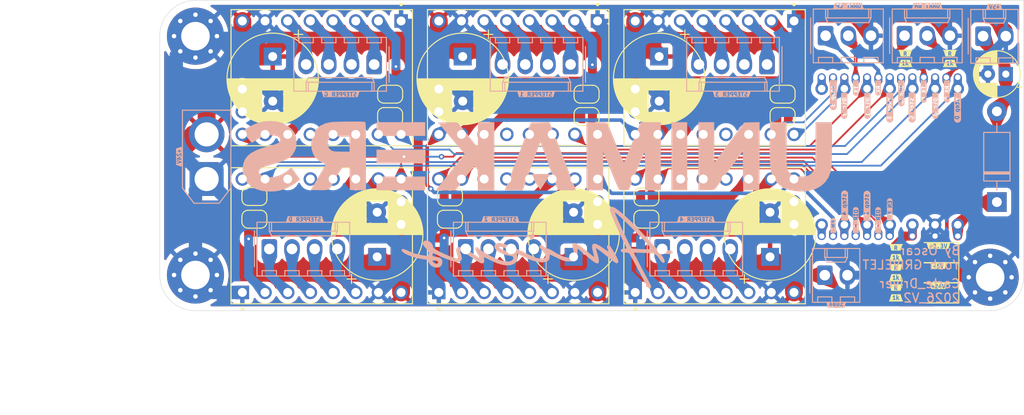
<source format=kicad_pcb>
(kicad_pcb (version 20241229) (generator "pcbnew") (generator_version "9.0")
  (layers (0 "F.Cu" signal) (2 "B.Cu" signal) (13 "F.Paste" user) (15 "B.Paste" user) (5 "F.SilkS" user "F.Silkscreen") (7 "B.SilkS" user "B.Silkscreen") (1 "F.Mask" user) (3 "B.Mask" user) (25 "Edge.Cuts" user))
  (net 0 "")
  (net 1 "+24V")
  (net 2 "GND")
  (net 3 "+5V")
  (net 4 "Net-(D1-K)")
  (net 5 "Net-(D2-A)")
  (net 6 "Net-(D3-A)")
  (net 7 "Net-(D4-A)")
  (net 8 "TX")
  (net 9 "RX")
  (net 10 "RX B")
  (net 11 "TX B")
  (net 12 "Net-(J6-Pin_1)")
  (net 13 "Net-(J6-Pin_3)")
  (net 14 "Net-(J6-Pin_2)")
  (net 15 "Net-(J6-Pin_4)")
  (net 16 "Net-(J7-Pin_4)")
  (net 17 "Net-(J7-Pin_1)")
  (net 18 "Net-(J7-Pin_3)")
  (net 19 "Net-(J7-Pin_2)")
  (net 20 "Net-(J8-Pin_2)")
  (net 21 "Net-(J8-Pin_1)")
  (net 22 "Net-(J8-Pin_4)")
  (net 23 "Net-(J8-Pin_3)")
  (net 24 "Net-(J9-Pin_3)")
  (net 25 "Net-(J9-Pin_1)")
  (net 26 "Net-(J9-Pin_2)")
  (net 27 "Net-(J9-Pin_4)")
  (net 28 "Net-(J10-Pin_1)")
  (net 29 "Net-(J10-Pin_4)")
  (net 30 "Net-(J10-Pin_2)")
  (net 31 "Net-(J10-Pin_3)")
  (net 32 "Net-(J11-Pin_1)")
  (net 33 "Net-(J11-Pin_4)")
  (net 34 "Net-(J11-Pin_2)")
  (net 35 "Net-(J11-Pin_3)")
  (net 36 "+3.3V")
  (net 37 "Net-(JP11-B)")
  (net 38 "Net-(JP12-B)")
  (net 39 "Net-(U10-GPIO38_DVP_VSYNC{slash}I2S_SD)")
  (net 40 "Net-(U10-GPIO39_CAM_SCL{slash}I2S_SCK)")
  (net 43 "STEP 1")
  (net 44 "EN M")
  (net 47 "DIR 1")
  (net 50 "DIR 2")
  (net 53 "STEP 2")
  (net 56 "EN")
  (net 59 "DIR 3")
  (net 60 "STEP 3")
  (net 65 "DIR 4")
  (net 68 "STEP 4")
  (net 72 "STEP 5")
  (net 76 "DIR 5")
  (net 82 "STEP 6")
  (net 84 "DIR 6")
  (net 85 "Net-(JP21-B)")
  (net 86 "Net-(JP22-B)")
  (net 87 "Net-(JP31-B)")
  (net 88 "Net-(JP32-B)")
  (net 89 "Net-(JP41-B)")
  (net 90 "Net-(JP42-B)")
  (net 91 "Net-(JP51-B)")
  (net 92 "Net-(JP52-B)")
  (net 93 "Net-(JP61-B)")
  (net 94 "Net-(JP62-B)")
  (net 95 "unconnected-(U10-U0RXD_D7{slash}RX-Pad8)")
  (net 96 "unconnected-(U10-U0TXD_D6{slash}TX-Pad7)")
  (footprint "Jumper:SolderJumper-2_P1.3mm_Open_RoundedPad1.0x1.5mm" (layer "F.Cu") (at 198.05 85 180)
    (property "Reference" "JP21" (hide yes))
    (property "Value" "Jumper_2_Open" (hide yes))
  )
  (footprint "TMC2209_SILENTSTEPSTICK:MODULE_TMC2209_SILENTSTEPSTICK" (layer "F.Cu") (at 168.39 100.85 90)
    (property "Reference" "U6" (hide yes))
    (property "Value" "TMC2209_SILENTSTEPSTICK" (hide yes))
  )
  (footprint "LED_SMD:LED_1206_3216Metric" (layer "F.Cu") (at 237.450002 105 180)
    (property "Reference" "D2" (hide yes))
    (property "Value" "LED_Small" (hide yes))
  )
  (footprint "Capacitor_THT:CP_Radial_D10.0mm_P5.00mm" (layer "F.Cu") (at 218.6 103.217677 90)
    (property "Reference" "C4" (hide yes))
    (property "Value" "100µF" (hide yes))
  )
  (footprint "Jumper:SolderJumper-2_P1.3mm_Open_RoundedPad1.0x1.5mm" (layer "F.Cu") (at 204.75 96.5)
    (property "Reference" "JP42" (hide yes))
    (property "Value" "Jumper_2_Open" (hide yes))
  )
  (footprint "TMC2209_SILENTSTEPSTICK:MODULE_TMC2209_SILENTSTEPSTICK" (layer "F.Cu") (at 190.39 100.85 90)
    (property "Reference" "U5" (hide yes))
    (property "Value" "TMC2209_SILENTSTEPSTICK" (hide yes))
  )
  (footprint "kibuzzard-690E9406" (layer "F.Cu") (at 232.7 104.45)
    (property "Reference" "kibuzzard-690E9406" (hide yes))
    (property "Value" "G***" (hide yes))
  )
  (footprint "LED_SMD:LED_1206_3216Metric" (layer "F.Cu") (at 237.450002 102.75 180)
    (property "Reference" "D3" (hide yes))
    (property "Value" "LED_Small" (hide yes))
  )
  (footprint "TMC2209_SILENTSTEPSTICK:MODULE_TMC2209_SILENTSTEPSTICK" (layer "F.Cu") (at 212.39 100.85 90)
    (property "Reference" "U4" (hide yes))
    (property "Value" "TMC2209_SILENTSTEPSTICK" (hide yes))
  )
  (footprint "Jumper:SolderJumper-2_P1.3mm_Open_RoundedPad1.0x1.5mm" (layer "F.Cu") (at 204.75 99)
    (property "Reference" "JP41" (hide yes))
    (property "Value" "Jumper_2_Open" (hide yes))
  )
  (footprint "kibuzzard-690E93BF" (layer "F.Cu") (at 237.45 106.5)
    (property "Reference" "kibuzzard-690E93BF" (hide yes))
    (property "Value" "G***" (hide yes))
  )
  (footprint "MountingHole:MountingHole_3.2mm_M3_Pad_Via" (layer "F.Cu") (at 154.25 78.5)
    (property "Reference" "H1" (hide yes))
    (property "Value" "MountingHole_Pad" (hide yes))
  )
  (footprint "Jumper:SolderJumper-2_P1.3mm_Open_RoundedPad1.0x1.5mm" (layer "F.Cu") (at 176.05 85 180)
    (property "Reference" "JP11" (hide yes))
    (property "Value" "Jumper_2_Open" (hide yes))
  )
  (footprint "TMC2209_SILENTSTEPSTICK:MODULE_TMC2209_SILENTSTEPSTICK" (layer "F.Cu") (at 190.39 83.15 -90)
    (property "Reference" "U2" (hide yes))
    (property "Value" "TMC2209_SILENTSTEPSTICK" (hide yes))
  )
  (footprint "Resistor_SMD:R_1206_3216Metric_Pad1.30x1.75mm_HandSolder" (layer "F.Cu") (at 232.700002 102.75)
    (property "Reference" "R3" (hide yes))
    (property "Value" "1k" (hide yes))
  )
  (footprint "Resistor_SMD:R_1206_3216Metric_Pad1.30x1.75mm_HandSolder" (layer "F.Cu") (at 232.7 105)
    (property "Reference" "R5" (hide yes))
    (property "Value" "1k" (hide yes))
  )
  (footprint "Jumper:SolderJumper-2_P1.3mm_Open_RoundedPad1.0x1.5mm" (layer "F.Cu") (at 160.850001 99)
    (property "Reference" "JP61" (hide yes))
    (property "Value" "Jumper_2_Open" (hide yes))
  )
  (footprint "Jumper:SolderJumper-2_P1.3mm_Open_RoundedPad1.0x1.5mm" (layer "F.Cu") (at 220 87.5 180)
    (property "Reference" "JP32" (hide yes))
    (property "Value" "Jumper_2_Open" (hide yes))
  )
  (footprint "Capacitor_THT:CP_Radial_D10.0mm_P5.00mm" (layer "F.Cu") (at 184.18 80.782323 -90)
    (property "Reference" "C2" (hide yes))
    (property "Value" "100µF" (hide yes))
  )
  (footprint "kibuzzard-690E943A" (layer "F.Cu") (at 232.7 103.25)
    (property "Reference" "kibuzzard-690E943A" (hide yes))
    (property "Value" "G***" (hide yes))
  )
  (footprint "LED_SMD:LED_1206_3216Metric" (layer "F.Cu") (at 237.450002 107.25 180)
    (property "Reference" "D4" (hide yes))
    (property "Value" "LED_Small" (hide yes))
  )
  (footprint "Resistor_SMD:R_1206_3216Metric_Pad1.30x1.75mm_HandSolder" (layer "F.Cu") (at 232.700002 107.25)
    (property "Reference" "R4" (hide yes))
    (property "Value" "1k" (hide yes))
  )
  (footprint "kibuzzard-690E943A" (layer "F.Cu") (at 232.7 105.5)
    (property "Reference" "kibuzzard-690E943A" (hide yes))
    (property "Value" "G***" (hide yes))
  )
  (footprint "Jumper:SolderJumper-2_P1.3mm_Open_RoundedPad1.0x1.5mm" (layer "F.Cu") (at 220 85 180)
    (property "Reference" "JP31" (hide yes))
    (property "Value" "Jumper_2_Open" (hide yes))
  )
  (footprint "kibuzzard-690E943A" (layer "F.Cu") (at 238.75 81.5)
    (property "Reference" "kibuzzard-690E943A" (hide yes))
    (property "Value" "G***" (hide yes))
  )
  (footprint "MountingHole:MountingHole_3.2mm_M3_Pad_Via" (layer "F.Cu") (at 243.25 105.5)
    (property "Reference" "H3" (hide yes))
    (property "Value" "MountingHole_Pad" (hide yes))
  )
  (footprint "Jumper:SolderJumper-2_P1.3mm_Open_RoundedPad1.0x1.5mm" (layer "F.Cu") (at 182.75 99)
    (property "Reference" "JP51" (hide yes))
    (property "Value" "Jumper_2_Open" (hide yes))
  )
  (footprint "Capacitor_THT:CP_Radial_D10.0mm_P5.00mm" (layer "F.Cu") (at 162.9 80.782323 -90)
    (property "Reference" "C1" (hide yes))
    (property "Value" "100µF" (hide yes))
  )
  (footprint "kibuzzard-690E9406" (layer "F.Cu") (at 232.7 102.2)
    (property "Reference" "kibuzzard-690E9406" (hide yes))
    (property "Value" "G***" (hide yes))
  )
  (footprint "Jumper:SolderJumper-2_P1.3mm_Open_RoundedPad1.0x1.5mm" (layer "F.Cu") (at 160.850001 96.46)
    (property "Reference" "JP62" (hide yes))
    (property "Value" "Jumper_2_Open" (hide yes))
  )
  (footprint "Capacitor_THT:CP_Radial_D10.0mm_P5.00mm" (layer "F.Cu") (at 206.18 80.782323 -90)
    (property "Reference" "C3" (hide yes))
    (property "Value" "100µF" (hide yes))
  )
  (footprint "Resistor_SMD:R_1206_3216Metric_Pad1.30x1.75mm_HandSolder" (layer "F.Cu") (at 233.75 81 180)
    (property "Reference" "R2" (hide yes))
    (property "Value" "1k" (hide yes))
  )
  (footprint "Seeed Studio XIAO ESP32S3 Plus KiCAD Library 2:MOUDLE23P-SMD-2.54-21X17.8MM.kicad_mod.kicad_sym" (layer "F.Cu") (at 232 92)
    (property "Reference" "U10" (hide yes))
    (property "Value" "XIAO-HALF-HOLE-23P" (hide yes))
  )
  (footprint "MountingHole:MountingHole_3.2mm_M3_Pad_Via" (layer "F.Cu") (at 154.25 105.25)
    (property "Reference" "H2" (hide yes))
    (property "Value" "MountingHole_Pad" (hide yes))
  )
  (footprint "Resistor_SMD:R_1206_3216Metric_Pad1.30x1.75mm_HandSolder" (layer "F.Cu") (at 238.75 81 180)
    (property "Reference" "R1" (hide yes))
    (property "Value" "1k" (hide yes))
  )
  (footprint "kibuzzard-690E93B3" (layer "F.Cu") (at 237.45 104.25)
    (property "Reference" "kibuzzard-690E93B3" (hide yes))
    (property "Value" "G***" (hide yes))
  )
  (footprint "Jumper:SolderJumper-2_P1.3mm_Open_RoundedPad1.0x1.5mm" (layer "F.Cu") (at 176.05 87.5 180)
    (property "Reference" "JP12" (hide yes))
    (property "Value" "Jumper_2_Open" (hide yes))
  )
  (footprint "kibuzzard-690E9406" (layer "F.Cu") (at 238.75 80.45)
    (property "Reference" "kibuzzard-690E9406" (hide yes))
    (property "Value" "G***" (hide yes))
  )
  (footprint "Capacitor_THT:CP_Radial_D10.0mm_P5.00mm" (layer "F.Cu") (at 174.600001 103.217677 90)
    (property "Reference" "C6" (hide yes))
    (property "Value" "100µF" (hide yes))
  )
  (footprint "Capacitor_THT:CP_Radial_D10.0mm_P5.00mm" (layer "F.Cu") (at 196.6 103.217677 90)
    (property "Reference" "C5" (hide yes))
    (property "Value" "100µF" (hide yes))
  )
  (footprint "Capacitor_THT:CP_Radial_D5.0mm_P2.00mm" (layer "F.Cu") (at 245.000001 82.75 180)
    (property "Reference" "C7" (hide yes))
    (property "Value" "100µF" (hide yes))
  )
  (footprint "Jumper:SolderJumper-2_P1.3mm_Open_RoundedPad1.0x1.5mm" (layer "F.Cu") (at 182.75 96.5)
    (property "Reference" "JP52" (hide yes))
    (property "Value" "Jumper_2_Open" (hide yes))
  )
  (footprint "Jumper:SolderJumper-2_P1.3mm_Open_RoundedPad1.0x1.5mm" (layer "F.Cu") (at 198.05 87.5 180)
    (property "Reference" "JP22" (hide yes))
    (property "Value" "Jumper_2_Open" (hide yes))
  )
  (footprint "kibuzzard-690E943A" (layer "F.Cu") (at 232.7 107.75)
    (property "Reference" "kibuzzard-690E943A" (hide yes))
    (property "Value" "G***" (hide yes))
  )
  (footprint "TMC2209_SILENTSTEPSTICK:MODULE_TMC2209_SILENTSTEPSTICK" (layer "F.Cu") (at 168.39 83.15 -90)
    (property "Reference" "U1" (hide yes))
    (property "Value" "TMC2209_SILENTSTEPSTICK" (hide yes))
  )
  (footprint "TMC2209_SILENTSTEPSTICK:MODULE_TMC2209_SILENTSTEPSTICK" (layer "F.Cu") (at 212.39 83.15 -90)
    (property "Reference" "U3" (hide yes))
    (property "Value" "TMC2209_SILENTSTEPSTICK" (hide yes))
  )
  (footprint "kibuzzard-690E9406" (layer "F.Cu") (at 233.75 80.45)
    (property "Reference" "kibuzzard-690E9406" (hide yes))
    (property "Value" "G***" (hide yes))
  )
  (footprint "kibuzzard-690E9406" (layer "F.Cu") (at 232.7 106.7)
    (property "Reference" "kibuzzard-690E9406" (hide yes))
    (property "Value" "G***" (hide yes))
  )
  (footprint "kibuzzard-690E93A6" (layer "F.Cu") (at 237.45 102)
    (property "Reference" "kibuzzard-690E93A6" (hide yes))
    (property "Value" "G***" (hide yes))
  )
  (footprint "kibuzzard-690E943A" (layer "F.Cu") (at 233.75 81.5)
    (property "Reference" "kibuzzard-690E943A" (hide yes))
    (property "Value" "G***" (hide yes))
  )
  (footprint "Connector_Molex:Molex_KK-254_AE-6410-03A_1x03_P2.54mm_Vertical" (layer "B.Cu") (at 224.820001 78.45)
    (property "Reference" "J1" (hide yes))
    (property "Value" "UART CP" (hide yes))
  )
  (footprint "Connector_Molex:Molex_KK-254_AE-6410-04A_1x04_P2.54mm_Vertical" (layer "B.Cu") (at 196.259999 81.67 180)
    (property "Reference" "J7" (hide yes))
    (property "Value" "STEPPER 1" (hide yes))
  )
  (footprint "kibuzzard-690E90CC" (layer "B.Cu") (at 228.2 84.3 -90)
    (property "Reference" "kibuzzard-690E90CC" (hide yes))
    (property "Value" "G***" (hide yes))
  )
  (footprint "kibuzzard-691087A0" (layer "B.Cu") (at 192.4 85 180)
    (property "Reference" "kibuzzard-691087A0" (hide yes))
    (property "Value" "G***" (hide yes))
  )
  (footprint "Connector_Molex:Molex_KK-254_AE-6410-04A_1x04_P2.54mm_Vertical" (layer "B.Cu") (at 184.520001 102.33)
    (property "Reference" "J10" (hide yes))
    (property "Value" "STEPPER 2" (hide yes))
  )
  (footprint "kibuzzard-690E924D" (layer "B.Cu") (at 227.360001 75.1 180)
    (property "Reference" "kibuzzard-690E924D" (hide yes))
    (property "Value" "G***" (hide yes))
  )
  (footprint "kibuzzard-69108793" (layer "B.Cu") (at 170.5 85 180)
    (property "Reference" "kibuzzard-69108793" (hide yes))
    (property "Value" "G***" (hide yes))
  )
  (footprint "Connector_Molex:Molex_KK-254_AE-6410-02A_1x02_P2.54mm_Vertical" (layer "B.Cu") (at 224.73 105.27)
    (property "Reference" "J5" (hide yes))
    (property "Value" "ventilo" (hide yes))
  )
  (footprint "kibuzzard-690E8DDF" (layer "B.Cu") (at 232 86.5 -90)
    (property "Reference" "kibuzzard-690E8DDF" (hide yes))
    (property "Value" "G***" (hide yes))
  )
  (footprint "Connector_Molex:Molex_KK-254_AE-6410-04A_1x04_P2.54mm_Vertical" (layer "B.Cu") (at 174.259999 81.67 180)
    (property "Reference" "J6" (hide yes))
    (property "Value" "STEPPER G" (hide yes))
  )
  (footprint "kibuzzard-690E8E58" (layer "B.Cu") (at 229.46 97.5 -90)
    (property "Reference" "kibuzzard-690E8E58" (hide yes))
    (property "Value" "G***" (hide yes))
  )
  (footprint "kibuzzard-690E8EB4" (layer "B.Cu") (at 233.3 84.9 -90)
    (property "Reference" "kibuzzard-690E8EB4" (hide yes))
    (property "Value" "G***" (hide yes))
  )
  (footprint "kibuzzard-690E8ECA" (layer "B.Cu") (at 237.1 86.3 -90)
    (property "Reference" "kibuzzard-690E8ECA" (hide yes))
    (property "Value" "G***" (hide yes))
  )
  (footprint "kibuzzard-690E8D8B" (layer "B.Cu") (at 234.5 86.5 -90)
    (property "Reference" "kibuzzard-690E8D8B" (hide yes))
    (property "Value" "G***" (hide yes))
  )
  (footprint "kibuzzard-69108723" (layer "B.Cu") (at 210.3 99 180)
    (property "Reference" "kibuzzard-69108723" (hide yes))
    (property "Value" "G***" (hide yes))
  )
  (footprint "kibuzzard-690E8EFE" (layer "B.Cu") (at 230.7 99.1 -90)
    (property "Reference" "kibuzzard-690E8EFE" (hide yes))
    (property "Value" "G***" (hide yes))
  )
  (footprint "kibuzzard-690E929D" (layer "B.Cu") (at 152.4 92 -90)
    (property "Reference" "kibuzzard-690E929D" (hide yes))
    (property "Value" "G***" (hide yes))
  )
  (footprint "Connector_Molex:Molex_KK-254_AE-6410-04A_1x04_P2.54mm_Vertical" (layer "B.Cu") (at 206.520001 102.33)
    (property "Reference" "J9" (hide yes))
    (property "Value" "STEPPER D" (hide yes))
  )
  (footprint "kibuzzard-691087AC" (layer "B.Cu") (at 214.3 85 180)
    (property "Reference" "kibuzzard-691087AC" (hide yes))
    (property "Value" "G***" (hide yes))
  )
  (footprint "Connector_Molex:Molex_KK-254_AE-6410-04A_1x04_P2.54mm_Vertical" (layer "B.Cu") (at 162.520001 102.33)
    (property "Reference" "J11" (hide yes))
    (property "Value" "STEPPER 4" (hide yes))
  )
  (footprint "Connector_Molex:Molex_KK-254_AE-6410-02A_1x02_P2.54mm_Vertical" (layer "B.Cu") (at 242.46 78.5)
    (property "Reference" "J4" (hide yes))
    (property "Value" "conn 5v" (hide yes))
  )
  (footprint "kibuzzard-690E8EED" (layer "B.Cu") (at 226.9 86.3 -90)
    (property "Reference" "kibuzzard-690E8EED" (hide yes))
    (property "Value" "G***" (hide yes))
  )
  (footprint "Connector_Molex:Molex_KK-254_AE-6410-03A_1x03_P2.54mm_Vertical" (layer "B.Cu") (at 233.66 78.45)
    (property "Reference" "J2" (hide yes))
    (property "Value" "UART BONUS" (hide yes))
  )
  (footprint "kibuzzard-6910874F" (layer "B.Cu") (at 166.5 99 180)
    (property "Reference" "kibuzzard-6910874F" (hide yes))
    (property "Value" "G***" (hide yes))
  )
  (footprint "Diode_THT:D_DO-41_SOD81_P10.16mm_Horizontal" (layer "B.Cu") (at 244 97.08 90)
    (property "Reference" "D1" (hide yes))
    (property "Value" "D_Shottky" (hide yes))
  )
  (footprint "kibuzzard-690E925F" (layer "B.Cu") (at 236.2 75.1 180)
    (property "Reference" "kibuzzard-690E925F" (hide yes))
    (property "Value" "G***" (hide yes))
  )
  (footprint "kibuzzard-690E9271" (layer "B.Cu") (at 243.7 75.2 180)
    (property "Reference" "kibuzzard-690E9271" (hide yes))
    (property "Value" "G***" (hide yes))
  )
  (footprint "Connector_AMASS:AMASS_XT30U-F_1x02_P5.0mm_Vertical" (layer "B.Cu") (at 155.5 94.5 90)
    (property "Reference" "J3" (hide yes))
    (property "Value" "conn 24v" (hide yes))
  )
  (footprint "kibuzzard-690E8E91" (layer "B.Cu") (at 226.954023 97.473397 -90)
    (property "Reference" "kibuzzard-690E8E91" (hide yes))
    (property "Value" "G***" (hide yes))
  )
  (footprint "kibuzzard-690E9105" (layer "B.Cu") (at 238.4 84.7 -90)
    (property "Reference" "kibuzzard-690E9105" (hide yes))
    (property "Value" "G***" (hide yes))
  )
  (footprint "kibuzzard-690E8F3D" (layer "B.Cu") (at 232 97.9 -90)
    (property "Reference" "kibuzzard-690E8F3D" (hide yes))
    (property "Value" "G***" (hide yes))
  )
  (footprint "Connector_Molex:Molex_KK-254_AE-6410-04A_1x04_P2.54mm_Vertical" (layer "B.Cu") (at 218.259999 81.67 180)
    (property "Reference" "J8" (hide yes))
    (property "Value" "STEPPER 3" (hide yes))
  )
  (footprint "LOGO" (layer "B.Cu") (at 192.5 97.5 180)
    (property "Reference" "G***" (hide yes))
    (property "Value" "LOGO" (hide yes))
  )
  (footprint "kibuzzard-690E90D9" (layer "B.Cu") (at 230.7 84.3 -90)
    (property "Reference" "kibuzzard-690E90D9" (hide yes))
    (property "Value" "G***" (hide yes))
  )
  (footprint "kibuzzard-690E90FE" (layer "B.Cu") (at 235.8 84.7 -90)
    (property "Reference" "kibuzzard-690E90FE" (hide yes))
    (property "Value" "G***" (hide yes))
  )
  (footprint "kibuzzard-690E8F10" (layer "B.Cu") (at 228.2 99.1 -90)
    (property "Reference" "kibuzzard-690E8F10" (hide yes))
    (property "Value" "G***" (hide yes))
  )
  (footprint "kibuzzard-6910875C" (layer "B.Cu") (at 188.4 99 180)
    (property "Reference" "kibuzzard-6910875C" (hide yes))
    (property "Value" "G***" (hide yes))
  )
  (footprint "kibuzzard-690E8E20" (layer "B.Cu") (at 225.678046 85.1 -90)
    (property "Reference" "kibuzzard-690E8E20" (hide yes))
    (property "Value" "G***" (hide yes))
  )
  (footprint "kibuzzard-690E8F27" (layer "B.Cu") (at 225.673998 99.7 -90)
    (property "Reference" "kibuzzard-690E8F27" (hide yes))
    (property "Value" "G***" (hide yes))
  )
  (footprint "kibuzzard-690E8DC3" (layer "B.Cu") (at 239.6 86.5 -90)
    (property "Reference" "kibuzzard-690E8DC3" (hide yes))
    (property "Value" "G***" (hide yes))
  )
  (footprint "kibuzzard-690E92EA" (layer "B.Cu") (at 226 108.6)
    (property "Reference" "kibuzzard-690E92EA" (hide yes))
    (property "Value" "G***" (hide yes))
  )
  (footprint "kibuzzard-690E8EDD" (layer "B.Cu") (at 229.5 86.3 -90)
    (property "Reference" "kibuzzard-690E8EDD" (hide yes))
    (property "Value" "G***" (hide yes))
  )
  (gr_line (start 154.25 74.5) (end 247 74.5) (stroke (width 0.05)) (layer "Edge.Cuts"))
  (gr_arc (start 247 105.5) (mid 245.90165 108.15165) (end 243.25 109.25) (stroke (width 0.05)) (layer "Edge.Cuts"))
  (gr_line (start 150.25 78.5) (end 150.25 105.25) (stroke (width 0.05)) (layer "Edge.Cuts"))
  (gr_line (start 154.25 109.25) (end 243.25 109.25) (stroke (width 0.05)) (layer "Edge.Cuts"))
  (gr_arc (start 154.25 109.25) (mid 151.421573 108.078427) (end 150.25 105.25) (stroke (width 0.05)) (layer "Edge.Cuts"))
  (gr_arc (start 150.25 78.5) (mid 151.421573 75.671573) (end 154.25 74.5) (stroke (width 0.05)) (layer "Edge.Cuts"))
  (gr_line (start 247 105.5) (end 247 74.5) (stroke (width 0.05)) (layer "Edge.Cuts"))
  (gr_text "By Oscar \nYosh GRIVELET " (at 240 104.7 0) (layer "B.SilkS") (effects (font (size 1 1)) (justify left bottom mirror)))
  (gr_text "Carte_Driver\n2026_V2" (at 240 108.4 0) (layer "B.SilkS") (effects (font (size 1 1)) (justify left bottom mirror)))
  (segment (start 216.817677 105) (end 218.6 103.217677) (width 2) (layer "F.Cu") (net 1))
  (segment (start 174.600001 103.217677) (end 176.382324 105) (width 2) (layer "F.Cu") (net 1))
  (segment (start 224.73 105.27) (end 220.652323 105.27) (width 1) (layer "F.Cu") (net 1))
  (segment (start 161.111977 105) (end 172.817678 105) (width 2) (layer "F.Cu") (net 1))
  (segment (start 162.18 80.782323) (end 163.962323 79) (width 2) (layer "F.Cu") (net 1))
  (segment (start 159.5 78.102323) (end 159.5 76.8) (width 2) (layer "F.Cu") (net 1))
  (segment (start 176.382324 105) (end 194.817677 105) (width 2) (layer "F.Cu") (net 1))
  (segment (start 177.28 105.897676) (end 177.28 107.2) (width 2) (layer "F.Cu") (net 1))
  (segment (start 163.962323 79) (end 182.397677 79) (width 2) (layer "F.Cu") (net 1))
  (segment (start 155 100) (end 156.111977 100) (width 2) (layer "F.Cu") (net 1))
  (segment (start 159.717677 80.782323) (end 155.5 85) (width 2) (layer "F.Cu") (net 1))
  (segment (start 194.817677 105) (end 196.6 103.217677) (width 2) (layer "F.Cu") (net 1))
  (segment (start 156.111977 100) (end 161.111977 105) (width 2) (layer "F.Cu") (net 1))
  (segment (start 220.652323 105.27) (end 218.6 103.217677) (width 2) (layer "F.Cu") (net 1))
  (segment (start 198.382323 105) (end 216.817677 105) (width 2) (layer "F.Cu") (net 1))
  (segment (start 221.28 105.897677) (end 221.28 107.2) (width 2) (layer "F.Cu") (net 1))
  (segment (start 203.5 78.102323) (end 203.5 76.8) (width 2) (layer "F.Cu") (net 1))
  (segment (start 206.18 80.782323) (end 203.5 78.102323) (width 2) (layer "F.Cu") (net 1))
  (segment (start 152 91.5) (end 152 97) (width 2) (layer "F.Cu") (net 1))
  (segment (start 199.28 105.897677) (end 199.28 107.2) (width 2) (layer "F.Cu") (net 1))
  (segment (start 154 89.5) (end 152 91.5) (width 2) (layer "F.Cu") (net 1))
  (segment (start 230.980001 107.32) (end 231.050001 107.25) (width 0.4) (layer "F.Cu") (net 1))
  (segment (start 184.18 80.782323) (end 181.5 78.102323) (width 2) (layer "F.Cu") (net 1))
  (segment (start 162.18 80.782323) (end 159.717677 80.782323) (width 2) (layer "F.Cu") (net 1))
  (segment (start 155.5 85) (end 155.5 89.5) (width 2) (layer "F.Cu") (net 1))
  (segment (start 218.6 103.217677) (end 221.28 105.897677) (width 2) (layer "F.Cu") (net 1))
  (segment (start 182.397677 79) (end 184.18 80.782323) (width 2) (layer "F.Cu") (net 1))
  (segment (start 185.962323 79) (end 204.397677 79) (width 2) (layer "F.Cu") (net 1))
  (segment (start 155.5 89.5) (end 154 89.5) (width 2) (layer "F.Cu") (net 1))
  (segment (start 226.71 107.25) (end 224.73 105.27) (width 0.4) (layer "F.Cu") (net 1))
  (segment (start 184.18 80.782323) (end 185.962323 79) (width 2) (layer "F.Cu") (net 1))
  (segment (start 196.6 103.217677) (end 199.28 105.897677) (width 2) (layer "F.Cu") (net 1))
  (segment (start 204.397677 79) (end 206.18 80.782323) (width 2) (layer "F.Cu") (net 1))
  (segment (start 162.18 80.782323) (end 159.5 78.102323) (width 2) (layer "F.Cu") (net 1))
  (segment (start 181.5 78.102323) (end 181.5 76.8) (width 2) (layer "F.Cu") (net 1))
  (segment (start 152 97) (end 155 100) (width 2) (layer "F.Cu") (net 1))
  (segment (start 196.6 103.217677) (end 198.382323 105) (width 2) (layer "F.Cu") (net 1))
  (segment (start 231.050001 107.25) (end 226.71 107.25) (width 0.4) (layer "F.Cu") (net 1))
  (segment (start 174.600001 103.217677) (end 177.28 105.897676) (width 2) (layer "F.Cu") (net 1))
  (segment (start 172.817678 105) (end 174.600001 103.217677) (width 2) (layer "F.Cu") (net 1))
  (segment (start 228.114284 76.404) (end 228.318284 76.2) (width 1.5) (layer "F.Cu") (net 2))
  (segment (start 236.750283 76.2) (end 236.954283 76.404) (width 1.5) (layer "F.Cu") (net 2))
  (segment (start 238.739999 78.189716) (end 238.739999 78.45) (width 1.5) (layer "F.Cu") (net 2))
  (segment (start 238.850001 102.85) (end 238.850001 105) (width 1) (layer "F.Cu") (net 2))
  (segment (start 228.114284 76.404) (end 229.9 78.189716) (width 1.5) (layer "F.Cu") (net 2))
  (segment (start 245 77.869602) (end 245 78.5) (width 1.5) (layer "F.Cu") (net 2))
  (segment (start 221.88 76.2) (end 230.6 76.2) (width 1.5) (layer "F.Cu") (net 2))
  (segment (start 238.850001 105) (end 242.75 105) (width 1) (layer "F.Cu") (net 2))
  (segment (start 242.75 105) (end 243.25 105.5) (width 1) (layer "F.Cu") (net 2))
  (segment (start 221.676 76.404) (end 221.88 76.2) (width 1.5) (layer "F.Cu") (net 2))
  (segment (start 234 76.2) (end 243.330398 76.2) (width 1.5) (layer "F.Cu") (net 2))
  (segment (start 228.318284 76.2) (end 236.750283 76.2) (width 1.5) (layer "F.Cu") (net 2))
  (segment (start 230.6 76.2) (end 228.318284 76.2) (width 1.5) (layer "F.Cu") (net 2))
  (segment (start 236.954283 76.404) (end 238.739999 78.189716) (width 1.5) (layer "F.Cu") (net 2))
  (segment (start 238.850001 105.1) (end 238.850001 107.15) (width 1) (layer "F.Cu") (net 2))
  (segment (start 243.330398 76.2) (end 245 77.869602) (width 1.5) (layer "F.Cu") (net 2))
  (segment (start 229.9 78.189716) (end 229.9 78.45) (width 1.5) (layer "F.Cu") (net 2))
  (segment (start 236.750283 76.2) (end 234 76.2) (width 1.5) (layer "F.Cu") (net 2))
  (segment (start 232.7 105.27) (end 237.08 100.89) (width 1) (layer "B.Cu") (net 2))
  (segment (start 159.5 107.2) (end 156.2 107.2) (width 1.5) (layer "B.Cu") (net 2))
  (segment (start 177.35 104.59) (end 177.35 102.35) (width 1.5) (layer "B.Cu") (net 2))
  (segment (start 206.18 85.782323) (end 219.217677 85.782323) (width 1.5) (layer "B.Cu") (net 2))
  (segment (start 175.057677 85.782323) (end 179.02 81.82) (width 1.5) (layer "B.Cu") (net 2))
  (segment (start 154.25 78.5) (end 156.7 78.5) (width 1.5) (layer "B.Cu") (net 2))
  (segment (start 196.74 107.2) (end 199.642162 104.297838) (width 1.5) (layer "B.Cu") (net 2))
  (segment (start 227.27 104.639602) (end 225.630398 103) (width 1) (layer "B.Cu") (net 2))
  (segment (start 225.630398 103) (end 221.8 103) (width 1) (layer "B.Cu") (net 2))
  (segment (start 182.206235 82.715) (end 178.125 82.715) (width 1.5) (layer "B.Cu") (net 2))
  (segment (start 160.309788 78.755) (end 154.505 78.755) (width 1.5) (layer "B.Cu") (net 2))
  (segment (start 200.5 78.3) (end 200.5 82.4) (width 1.5) (layer "B.Cu") (net 2))
  (segment (start 208 98.2) (end 204.3 98.2) (width 1.5) (layer "B.Cu") (net 2))
  (segment (start 178.15 102.35) (end 177.35 102.35) (width 1.5) (layer "B.Cu") (net 2))
  (segment (start 206.18 85.782323) (end 206.18 84.36811) (width 1.5) (layer "B.Cu") (net 2))
  (segment (start 220.6 101.8) (end 220.551 101.8) (width 1) (layer "B.Cu") (net 2))
  (segment (start 221.75 77.27) (end 221.28 76.8) (width 1.5) (layer "B.Cu") (net 2))
  (segment (start 204.3 98.2) (end 200.142162 102.357838) (width 1.5) (layer "B.Cu") (net 2))
  (segment (start 174.74 107.2) (end 177.35 104.59) (width 1.5) (layer "B.Cu") (net 2))
  (segment (start 183.722323 98.217677) (end 183.69 98.25) (width 1.5) (layer "B.Cu") (net 2))
  (segment (start 200.2 82.7) (end 197.117677 85.782323) (width 1.5) (layer "B.Cu") (net 2))
  (segment (start 200.142162 102.357838) (end 199.642162 102.357838) (width 1.5) (layer "B.Cu") (net 2))
  (segment (start 220.551 101.262235) (end 218.6 99.311235) (width 1.5) (layer "B.Cu") (net 2))
  (segment (start 196.6 98.217677) (end 196.6 99.315677) (width 1.5) (layer "B.Cu") (net 2))
  (segment (start 162.04 77.024788) (end 160.309788 78.755) (width 1.5) (layer "B.Cu") (net 2))
  (segment (start 200.5 78.3) (end 199.28 77.08) (width 1.5) (layer "B.Cu") (net 2))
  (segment (start 184.18 85.782323) (end 184.18 84.688765) (width 1.5) (layer "B.Cu") (net 2))
  (segment (start 154.25 95.75) (end 155.5 94.5) (width 1.5) (layer "B.Cu") (net 2))
  (segment (start 162.9 85.782323) (end 170.7 85.782323) (width 1.5) (layer "B.Cu") (net 2))
  (segment (start 227.27 105.27) (end 232.7 105.27) (width 1) (layer "B.Cu") (net 2))
  (segment (start 152.1 80.65) (end 154.25 78.5) (width 1.5) (layer "B.Cu") (net 2))
  (segment (start 175.85 100.85) (end 177.35 102.35) (width 1.5) (layer "B.Cu") (net 2))
  (segment (start 218.74 107.2) (end 220.551 105.389) (width 1.5) (layer "B.Cu") (net 2))
  (segment (start 184.04 76.8) (end 175.057677 85.782323) (width 1.5) (layer "B.Cu") (net 2))
  (segment (start 196.6 98.217677) (end 183.722323 98.217677) (width 1.5) (layer "B.Cu") (net 2))
  (segment (start 220.551 101.8) (end 220.551 101.262235) (width 1.5) (layer "B.Cu") (net 2))
  (segment (start 174.600001 98.217677) (end 174.600001 99.600001) (width 1.5) (layer "B.Cu") (net 2))
  (segment (start 206.04 76.86) (end 206.04 76.8) (width 1.5) (layer "B.Cu") (net 2))
  (segment (start 218.6 99.311235) (end 218.6 98.217677) (width 1.5) (layer "B.Cu") (net 2))
  (segment (start 199.642162 102.357838) (end 203.5 106.215677) (width 1.5) (layer "B.Cu") (net 2))
  (segment (start 221.8 103) (end 220.6 101.8) (width 1) (layer "B.Cu") (net 2))
  (segment (start 237.08 100.89) (end 237.08 99.62) (width 1) (layer "B.Cu") (net 2))
  (segment (start 155.5 94.5) (end 152.1 91.1) (width 1.5) (layer "B.Cu") (net 2))
  (segment (start 175.057677 85.782323) (end 170.7 85.782323) (width 1.5) (layer "B.Cu") (net 2))
  (segment (start 218.6 98.217677) (end 208.017677 98.217677) (width 1.5) (layer "B.Cu") (net 2))
  (segment (start 201.1 81.8) (end 206.04 76.86) (width 1.5) (layer "B.Cu") (net 2))
  (segment (start 200.44 82.4) (end 200.5 82.4) (width 1.5) (layer "B.Cu") (net 2))
  (segment (start 162.9 84.7) (end 162.9 85.782323) (width 1.5) (layer "B.Cu") (net 2))
  (segment (start 179.02 81.82) (end 179.02 78.54) (width 1.5) (layer "B.Cu") (net 2))
  (segment (start 237.08 100.89) (end 241.69 105.5) (width 1) (layer "B.Cu") (net 2))
  (segment (start 184.18 84.688765) (end 182.206235 82.715) (width 1.5) (layer "B.Cu") (net 2))
  (segment (start 177.35 102.35) (end 181.5 106.5) (width 1.5) (layer "B.Cu") (net 2))
  (segment (start 154.25 105.25) (end 154.25 95.75) (width 1.5) (layer "B.Cu") (net 2))
  (segment (start 221.75 83.25) (end 221.75 77.27) (width 1.5) (layer "B.Cu") (net 2))
  (segment (start 156.7 78.5) (end 162.9 84.7) (width 1.5) (layer "B.Cu") (net 2))
  (segment (start 200.2 82.7) (end 201.1 81.8) (width 1.5) (layer "B.Cu") (net 2))
  (segment (start 227.27 105.27) (end 227.27 104.639602) (width 1) (layer "B.Cu") (net 2))
  (segment (start 196.6 99.315677) (end 199.642162 102.357838) (width 1.5) (layer "B.Cu") (net 2))
  (segment (start 199.642162 104.297838) (end 199.642162 102.357838) (width 1.5) (layer "B.Cu") (net 2))
  (segment (start 178.125 82.715) (end 175.057677 85.782323) (width 1.5) (layer "B.Cu") (net 2))
  (segment (start 220.551 105.389) (end 220.551 101.8) (width 1.5) (layer "B.Cu") (net 2))
  (segment (start 203.5 106.215677) (end 203.5 107.2) (width 1.5) (layer "B.Cu") (net 2))
  (segment (start 219.217677 85.782323) (end 221.75 83.25) (width 1.5) (layer "B.Cu") (net 2))
  (segment (start 174.600001 99.600001) (end 175.85 100.85) (width 1.5) (layer "B.Cu") (net 2))
  (segment (start 156.2 107.2) (end 154.25 105.25) (width 1.5) (layer "B.Cu") (net 2))
  (segment (start 154.505 78.755) (end 154.25 78.5) (width 1.5) (layer "B.Cu") (net 2))
  (segment (start 241.69 105.5) (end 243.25 105.5) (width 1) (layer "B.Cu") (net 2))
  (segment (start 203.61189 81.8) (end 201.1 81.8) (width 1.5) (layer "B.Cu") (net 2))
  (segment (start 243 82.75) (end 243 80.776844) (width 1) (layer "B.Cu") (net 2))
  (segment (start 152.1 91.1) (end 152.1 80.65) (width 1.5) (layer "B.Cu") (net 2))
  (segment (start 197.117677 85.782323) (end 184.18 85.782323) (width 1.5) (layer "B.Cu") (net 2))
  (segment (start 159.217677 98.217677) (end 174.600001 98.217677) (width 1.5) (layer "B.Cu") (net 2))
  (segment (start 206.18 84.36811) (end 203.61189 81.8) (width 1.5) (layer "B.Cu") (net 2))
  (segment (start 155.5 94.5) (end 159.217677 98.217677) (width 1.5) (layer "B.Cu") (net 2))
  (segment (start 179.02 78.54) (end 177.28 76.8) (width 1.5) (layer "B.Cu") (net 2))
  (segment (start 245 78.776844) (end 245 78.5) (width 1) (layer "B.Cu") (net 2))
  (segment (start 243 80.776844) (end 245 78.776844) (width 1) (layer "B.Cu") (net 2))
  (segment (start 162.04 76.8) (end 162.04 77.024788) (width 1.5) (layer "B.Cu") (net 2))
  (segment (start 199.28 77.08) (end 199.28 76.8) (width 1.5) (layer "B.Cu") (net 2))
  (segment (start 183.69 98.25) (end 182.25 98.25) (width 1.5) (layer "B.Cu") (net 2))
  (segment (start 181.5 106.5) (end 181.5 107.2) (width 1.5) (layer "B.Cu") (net 2))
  (segment (start 200.5 82.4) (end 200.2 82.7) (width 1.5) (layer "B.Cu") (net 2))
  (segment (start 208.017677 98.217677) (end 208 98.2) (width 1.5) (layer "B.Cu") (net 2))
  (segment (start 182.25 98.25) (end 178.15 102.35) (width 1.5) (layer "B.Cu") (net 2))
  (segment (start 233.149 108.549) (end 236.851 108.549) (width 0.4) (layer "F.Cu") (net 3))
  (segment (start 244 92.55) (end 244 86.92) (width 0.4) (layer "F.Cu") (net 3))
  (segment (start 238.4 98.15) (end 244 92.55) (width 0.4) (layer "F.Cu") (net 3))
  (segment (start 245.000001 85.919999) (end 244 86.92) (width 1) (layer "F.Cu") (net 3))
  (segment (start 238.4 100.8) (end 238.4 98.15) (width 0.4) (layer "F.Cu") (net 3))
  (segment (start 232.5 106.2) (end 232.5 107.9) (width 0.4) (layer "F.Cu") (net 3))
  (segment (start 242.46 79.26) (end 245.000001 81.800001) (width 1) (layer "F.Cu") (net 3))
  (segment (start 245.000001 82.75) (end 245.000001 85.919999) (width 1) (layer "F.Cu") (net 3))
  (segment (start 232.5 107.9) (end 233.149 108.549) (width 0.4) (layer "F.Cu") (net 3))
  (segment (start 242.46 78.5) (end 242.46 79.26) (width 1) (layer "F.Cu") (net 3))
  (segment (start 237.4 101.8) (end 238.4 100.8) (width 0.4) (layer "F.Cu") (net 3))
  (segment (start 236.851 108.549) (end 237.4 108) (width 0.4) (layer "F.Cu") (net 3))
  (segment (start 245.000001 81.800001) (end 245.000001 82.75) (width 1) (layer "F.Cu") (net 3))
  (segment (start 231.3 105) (end 232.5 106.2) (width 0.4) (layer "F.Cu") (net 3))
  (segment (start 231.049999 105) (end 231.3 105) (width 0.4) (layer "F.Cu") (net 3))
  (segment (start 237.4 108) (end 237.4 101.8) (width 0.4) (layer "F.Cu") (net 3))
  (segment (start 242.16 97.08) (end 239.62 99.62) (width 1) (layer "F.Cu") (net 4))
  (segment (start 239.62 100.89) (end 239.62 99.62) (width 1) (layer "F.Cu") (net 4))
  (segment (start 244 97.08) (end 242.16 97.08) (width 1) (layer "F.Cu") (net 4))
  (segment (start 234.250001 105) (end 236.050003 105) (width 0.4) (layer "F.Cu") (net 5))
  (segment (start 234.250003 102.75) (end 236.050003 102.75) (width 0.4) (layer "F.Cu") (net 6))
  (segment (start 234.250003 107.25) (end 236.050003 107.25) (width 0.4) (layer "F.Cu") (net 7))
  (segment (start 228.19 79.279999) (end 227.360001 78.45) (width 0.4) (layer "F.Cu") (net 8))
  (segment (start 228.19 83.11) (end 228.19 79.279999) (width 0.4) (layer "F.Cu") (net 8))
  (segment (start 230.1 81.7) (end 228.070001 81.7) (width 0.4) (layer "B.Cu") (net 9))
  (segment (start 230.73 83.11) (end 230.73 82.33) (width 0.4) (layer "B.Cu") (net 9))
  (segment (start 228.070001 81.7) (end 224.820001 78.45) (width 0.4) (layer "B.Cu") (net 9))
  (segment (start 230.73 82.33) (end 230.1 81.7) (width 0.4) (layer "B.Cu") (net 9))
  (segment (start 233.66 78.45) (end 233.66 79.539999) (width 0.4) (layer "F.Cu") (net 10))
  (segment (start 233.66 79.539999) (end 232.199999 81) (width 0.4) (layer "F.Cu") (net 10))
  (segment (start 236.2 78.45) (end 237.199999 79.449999) (width 0.4) (layer "F.Cu") (net 11))
  (segment (start 237.199999 79.449999) (end 237.199999 81) (width 0.4) (layer "F.Cu") (net 11))
  (segment (start 174.295598 78.881399) (end 172.235599 76.8214) (width 1) (layer "B.Cu") (net 12))
  (segment (start 174.295598 81.6914) (end 174.295598 78.881399) (width 1) (layer "B.Cu") (net 12))
  (segment (start 169.215599 78.881401) (end 167.155598 76.8214) (width 1) (layer "B.Cu") (net 13))
  (segment (start 169.215599 81.6914) (end 169.215599 78.881401) (width 1) (layer "B.Cu") (net 13))
  (segment (start 171.755598 81.634401) (end 171.755598 78.895597) (width 1) (layer "B.Cu") (net 14))
  (segment (start 169.6956 76.835599) (end 169.6956 76.8214) (width 1) (layer "B.Cu") (net 14))
  (segment (start 171.755598 78.895597) (end 169.6956 76.835599) (width 1) (layer "B.Cu") (net 14))
  (segment (start 171.719999 81.67) (end 171.755598 81.634401) (width 1) (layer "B.Cu") (net 14))
  (segment (start 166.675598 81.6914) (end 166.675598 78.881399) (width 1) (layer "B.Cu") (net 15))
  (segment (start 166.675598 78.881399) (end 164.615599 76.8214) (width 1) (layer "B.Cu") (net 15))
  (segment (start 188.644876 78.950594) (end 186.584877 76.890595) (width 1) (layer "B.Cu") (net 16))
  (segment (start 188.644876 81.760595) (end 188.644876 78.950594) (width 1) (layer "B.Cu") (net 16))
  (segment (start 196.264876 78.950594) (end 194.204877 76.890595) (width 1) (layer "B.Cu") (net 17))
  (segment (start 196.264876 81.760595) (end 196.264876 78.950594) (width 1) (layer "B.Cu") (net 17))
  (segment (start 191.184877 81.760595) (end 191.184877 78.950596) (width 1) (layer "B.Cu") (net 18))
  (segment (start 191.184877 78.950596) (end 189.124876 76.890595) (width 1) (layer "B.Cu") (net 18))
  (segment (start 193.724876 81.760595) (end 193.724876 78.950593) (width 1) (layer "B.Cu") (net 19))
  (segment (start 193.724876 78.950593) (end 191.664878 76.890595) (width 1) (layer "B.Cu") (net 19))
  (segment (start 215.694154 78.846801) (end 213.634156 76.786803) (width 1) (layer "B.Cu") (net 20))
  (segment (start 215.694154 81.656803) (end 215.694154 78.846801) (width 1) (layer "B.Cu") (net 20))
  (segment (start 218.234154 81.656803) (end 218.234154 78.846802) (width 1) (layer "B.Cu") (net 21))
  (segment (start 218.234154 78.846802) (end 216.174155 76.786803) (width 1) (layer "B.Cu") (net 21))
  (segment (start 210.614154 78.846802) (end 208.554155 76.786803) (width 1) (layer "B.Cu") (net 22))
  (segment (start 210.614154 81.656803) (end 210.614154 78.846802) (width 1) (layer "B.Cu") (net 22))
  (segment (start 213.154155 81.656803) (end 213.154155 78.846804) (width 1) (layer "B.Cu") (net 23))
  (segment (start 213.154155 78.846804) (end 211.094154 76.786803) (width 1) (layer "B.Cu") (net 23))
  (segment (start 211.6 102.33) (end 211.6 105.139999) (width 1) (layer "B.Cu") (net 24))
  (segment (start 211.6 105.139999) (end 213.660001 107.2) (width 1) (layer "B.Cu") (net 24))
  (segment (start 206.520001 105.140001) (end 208.58 107.2) (width 1) (layer "B.Cu") (net 25))
  (segment (start 206.520001 102.33) (end 206.520001 105.140001) (width 1) (layer "B.Cu") (net 25))
  (segment (start 209.060001 102.33) (end 209.060001 105.140002) (width 1) (layer "B.Cu") (net 26))
  (segment (start 209.060001 105.140002) (end 211.119999 107.2) (width 1) (layer "B.Cu") (net 26))
  (segment (start 214.140001 105.140001) (end 216.2 107.2) (width 1) (layer "B.Cu") (net 27))
  (segment (start 214.140001 102.33) (end 214.140001 105.140001) (width 1) (layer "B.Cu") (net 27))
  (segment (start 184.520001 102.33) (end 184.520001 105.140001) (width 1) (layer "B.Cu") (net 28))
  (segment (start 184.520001 105.140001) (end 186.58 107.2) (width 1) (layer "B.Cu") (net 28))
  (segment (start 192.140001 105.140001) (end 194.2 107.2) (width 1) (layer "B.Cu") (net 29))
  (segment (start 192.140001 102.33) (end 192.140001 105.140001) (width 1) (layer "B.Cu") (net 29))
  (segment (start 187.060001 102.33) (end 187.060001 105.140002) (width 1) (layer "B.Cu") (net 30))
  (segment (start 187.060001 105.140002) (end 189.119999 107.2) (width 1) (layer "B.Cu") (net 30))
  (segment (start 189.6 105.139999) (end 191.660001 107.2) (width 1) (layer "B.Cu") (net 31))
  (segment (start 189.6 102.33) (end 189.6 105.139999) (width 1) (layer "B.Cu") (net 31))
  (segment (start 162.520001 105.140001) (end 164.58 107.2) (width 1) (layer "B.Cu") (net 32))
  (segment (start 162.520001 102.33) (end 162.520001 105.140001) (width 1) (layer "B.Cu") (net 32))
  (segment (start 170.140001 102.33) (end 170.140001 105.140001) (width 1) (layer "B.Cu") (net 33))
  (segment (start 170.140001 105.140001) (end 172.2 107.2) (width 1) (layer "B.Cu") (net 33))
  (segment (start 165.060001 102.33) (end 165.060001 105.140002) (width 1) (layer "B.Cu") (net 34))
  (segment (start 165.060001 105.140002) (end 167.119999 107.2) (width 1) (layer "B.Cu") (net 34))
  (segment (start 167.6 102.33) (end 167.6 105.139999) (width 1) (layer "B.Cu") (net 35))
  (segment (start 167.6 105.139999) (end 169.660001 107.2) (width 1) (layer "B.Cu") (net 35))
  (segment (start 204.1 100.4) (end 204.156 100.456) (width 1) (layer "F.Cu") (net 36))
  (segment (start 206.065 82.965) (end 206.6 83.5) (width 1) (layer "F.Cu") (net 36))
  (segment (start 204.156 100.456) (end 219.356 100.456) (width 1) (layer "F.Cu") (net 36))
  (segment (start 176.7 82.8) (end 176.7 85) (width 1) (layer "F.Cu") (net 36))
  (segment (start 174.056 100.456) (end 174.700001 101.100001) (width 1) (layer "F.Cu") (net 36))
  (segment (start 182.100001 100.2) (end 182.356001 100.456) (width 1) (layer "F.Cu") (net 36))
  (segment (start 220.649999 87.390001) (end 220.649999 83.5) (width 1) (layer "F.Cu") (net 36))
  (segment (start 182.356001 100.456) (end 196.456 100.456) (width 1) (layer "F.Cu") (net 36))
  (segment (start 198.7 83.8) (end 198.7 85) (width 1) (layer "F.Cu") (net 36))
  (segment (start 204.1 100.4) (end 204.1 99) (width 1) (layer "F.Cu") (net 36))
  (segment (start 177.8 87.5) (end 176.7 87.5) (width 1) (layer "F.Cu") (net 36))
  (segment (start 184.344 83.544) (end 198.444 83.544) (width 1) (layer "F.Cu") (net 36))
  (segment (start 174.700001 101.100001) (end 182.100001 101.100001) (width 1) (layer "F.Cu") (net 36))
  (segment (start 204.1 101.1) (end 204.1 100.4) (width 1) (layer "F.Cu") (net 36))
  (segment (start 219.356 100.456) (end 221.65 102.75) (width 1) (layer "F.Cu") (net 36))
  (segment (start 204.1 96.5) (end 204.1 99) (width 1) (layer "F.Cu") (net 36))
  (segment (start 206.6 83.5) (end 220.649999 83.5) (width 1) (layer "F.Cu") (net 36))
  (segment (start 234.54 99.62) (end 234.54 100.89) (width 1) (layer "F.Cu") (net 36))
  (segment (start 182.100001 100.2) (end 182.100001 99) (width 1) (layer "F.Cu") (net 36))
  (segment (start 182.100001 101.100001) (end 182.100001 100.2) (width 1) (layer "F.Cu") (net 36))
  (segment (start 160.256002 100.456) (end 174.056 100.456) (width 1) (layer "F.Cu") (net 36))
  (segment (start 233.71 100.89) (end 231.85 102.75) (width 1) (layer "F.Cu") (net 36))
  (segment (start 198.7 83) (end 198.7 83.8) (width 1) (layer "F.Cu") (net 36))
  (segment (start 176.7 82.8) (end 183.6 82.8) (width 1) (layer "F.Cu") (net 36))
  (segment (start 160.200002 100.4) (end 160.256002 100.456) (width 1) (layer "F.Cu") (net 36))
  (segment (start 198.444 83.544) (end 198.7 83.8) (width 1) (layer "F.Cu") (net 36))
  (segment (start 179.2 88.9) (end 177.8 87.5) (width 1) (layer "F.Cu") (net 36))
  (segment (start 182.100001 96.5) (end 182.100001 99) (width 1) (layer "F.Cu") (net 36))
  (segment (start 197.1 101.1) (end 204.1 101.1) (width 1) (layer "F.Cu") (net 36))
  (segment (start 183.6 82.8) (end 184.344 83.544) (width 1) (layer "F.Cu") (net 36))
  (segment (start 234.54 100.89) (end 233.71 100.89) (width 1) (layer "F.Cu") (net 36))
  (segment (start 182.100001 99) (end 179.2 96.099999) (width 1) (layer "F.Cu") (net 36))
  (segment (start 198.7 87.5) (end 198.7 85) (width 1) (layer "F.Cu") (net 36))
  (segment (start 198.7 83) (end 198.735 82.965) (width 1) (layer "F.Cu") (net 36))
  (segment (start 176.7 87.5) (end 176.7 85) (width 1) (layer "F.Cu") (net 36))
  (segment (start 198.7 81.7) (end 198.7 83) (width 1) (layer "F.Cu") (net 36))
  (segment (start 176.7 81.9) (end 176.7 82.8) (width 1) (layer "F.Cu") (net 36))
  (segment (start 220.649999 78.709999) (end 218.74 76.8) (width 1) (layer "F.Cu") (net 36))
  (segment (start 196.456 100.456) (end 197.1 101.1) (width 1) (layer "F.Cu") (net 36))
  (segment (start 179.2 96.099999) (end 179.2 88.9) (width 1) (layer "F.Cu") (net 36))
  (segment (start 198.735 82.965) (end 206.065 82.965) (width 1) (layer "F.Cu") (net 36))
  (segment (start 160.200002 100.4) (end 160.200002 101.199998) (width 1) (layer "F.Cu") (net 36))
  (segment (start 231.85 102.75) (end 231.050001 102.75) (width 1) (layer "F.Cu") (net 36))
  (segment (start 160.200002 99) (end 160.200002 100.4) (width 1) (layer "F.Cu") (net 36))
  (segment (start 160.200002 96.46) (end 160.200002 99) (width 1) (layer "F.Cu") (net 36))
  (segment (start 220.649999 83.5) (end 220.649999 78.709999) (width 1) (layer "F.Cu") (net 36))
  (segment (start 160.200002 101.199998) (end 160.2 101.2) (width 1) (layer "F.Cu") (net 36))
  (segment (start 221.65 102.75) (end 231.050001 102.75) (width 1) (layer "F.Cu") (net 36))
  (via (at 204.1 101.1) (size 0.6) (drill 0.3) (layers "F.Cu" "B.Cu") (net 36))
  (via (at 160.2 101.2) (size 0.6) (drill 0.3) (layers "F.Cu" "B.Cu") (net 36))
  (via (at 182.100001 101.100001) (size 0.6) (drill 0.3) (layers "F.Cu" "B.Cu") (net 36))
  (via (at 198.7 81.7) (size 0.6) (drill 0.3) (layers "F.Cu" "B.Cu") (net 36))
  (via (at 176.7 81.9) (size 0.6) (drill 0.3) (layers "F.Cu" "B.Cu") (net 36))
  (segment (start 182.100001 104.900001) (end 184.04 106.84) (width 1) (layer "B.Cu") (net 36))
  (segment (start 182.100001 101.100001) (end 182.100001 104.900001) (width 1) (layer "B.Cu") (net 36))
  (segment (start 176.7 78.9) (end 174.74 76.94) (width 1) (layer "B.Cu") (net 36))
  (segment (start 160.2 105.36) (end 162.04 107.2) (width 1) (layer "B.Cu") (net 36))
  (segment (start 204.1 101.1) (end 204.1 104.7) (width 1) (layer "B.Cu") (net 36))
  (segment (start 196.74 77.07) (end 196.74 76.8) (width 1) (layer "B.Cu") (net 36))
  (segment (start 160.2 101.2) (end 160.2 105.36) (width 1) (layer "B.Cu") (net 36))
  (segment (start 174.74 76.94) (end 174.74 76.8) (width 1) (layer "B.Cu") (net 36))
  (segment (start 206.04 106.64) (end 206.04 107.2) (width 1) (layer "B.Cu") (net 36))
  (segment (start 198.7 81.7) (end 198.7 79.03) (width 1) (layer "B.Cu") (net 36))
  (segment (start 176.7 81.9) (end 176.7 78.9) (width 1) (layer "B.Cu") (net 36))
  (segment (start 184.04 106.84) (end 184.04 107.2) (width 1) (layer "B.Cu") (net 36))
  (segment (start 198.7 79.03) (end 196.74 77.07) (width 1) (layer "B.Cu") (net 36))
  (segment (start 204.1 104.7) (end 206.04 106.64) (width 1) (layer "B.Cu") (net 36))
  (segment (start 166.54 85) (end 162.04 89.5) (width 1) (layer "F.Cu") (net 37))
  (segment (start 175.4 85) (end 166.54 85) (width 1) (layer "F.Cu") (net 37))
  (segment (start 175.4 87.5) (end 166.58 87.5) (width 1) (layer "F.Cu") (net 38))
  (segment (start 166.58 87.5) (end 164.58 89.5) (width 1) (layer "F.Cu") (net 38))
  (segment (start 240.300001 81.159999) (end 238.35 83.11) (width 0.4) (layer "F.Cu") (net 39))
  (segment (start 240.300001 81) (end 240.300001 81.159999) (width 0.4) (layer "F.Cu") (net 39))
  (segment (start 235.81 81.509999) (end 235.81 83.11) (width 0.4) (layer "F.Cu") (net 40))
  (segment (start 235.300001 81) (end 235.81 81.509999) (width 0.4) (layer "F.Cu") (net 40))
  (segment (start 227.22 91.7) (end 234.54 84.38) (width 0.2) (layer "B.Cu") (net 43))
  (segment (start 182.7 91.2) (end 183.2 91.7) (width 0.2) (layer "B.Cu") (net 43))
  (segment (start 176.44 91.2) (end 182.7 91.2) (width 0.2) (layer "B.Cu") (net 43))
  (segment (start 183.2 91.7) (end 227.22 91.7) (width 0.2) (layer "B.Cu") (net 43))
  (segment (start 174.74 89.5) (end 176.44 91.2) (width 0.2) (layer "B.Cu") (net 43))
  (segment (start 234.54 83.11) (end 234.54 84.38) (width 0.4) (layer "B.Cu") (net 43))
  (segment (start 223.98 91.6) (end 232 99.62) (width 0.2) (layer "F.Cu") (net 44))
  (segment (start 177.28 92.32) (end 177.28 94.5) (width 0.2) (layer "F.Cu") (net 44))
  (segment (start 183.1 92) (end 183.5 91.6) (width 0.2) (layer "F.Cu") (net 44))
  (segment (start 177.6 92) (end 162 92) (width 0.2) (layer "F.Cu") (net 44))
  (segment (start 177.6 92) (end 177.28 92.32) (width 0.2) (layer "F.Cu") (net 44))
  (segment (start 181.8 92) (end 183.1 92) (width 0.2) (layer "F.Cu") (net 44))
  (segment (start 162 92) (end 159.5 89.5) (width 0.2) (layer "F.Cu") (net 44))
  (segment (start 183.5 91.6) (end 223.98 91.6) (width 0.2) (layer "F.Cu") (net 44))
  (via (at 181.8 92) (size 0.6) (drill 0.3) (layers "F.Cu" "B.Cu") (net 44))
  (via (at 177.6 92) (size 0.6) (drill 0.3) (layers "F.Cu" "B.Cu") (net 44))
  (segment (start 232 99.62) (end 232 100.89) (width 0.4) (layer "B.Cu") (net 44))
  (segment (start 177.6 92) (end 181.8 92) (width 0.2) (layer "B.Cu") (net 44))
  (segment (start 226.995628 90.8) (end 182.8671 90.8) (width 0.2) (layer "B.Cu") (net 47))
  (segment (start 233.27 83.11) (end 233.27 84.525628) (width 0.2) (layer "B.Cu") (net 47))
  (segment (start 178.579 90.799) (end 177.28 89.5) (width 0.2) (layer "B.Cu") (net 47))
  (segment (start 182.8671 90.8) (end 182.8661 90.799) (width 0.2) (layer "B.Cu") (net 47))
  (segment (start 233.27 84.525628) (end 226.995628 90.8) (width 0.2) (layer "B.Cu") (net 47))
  (segment (start 182.8661 90.799) (end 178.579 90.799) (width 0.2) (layer "B.Cu") (net 47))
  (segment (start 199.28 89.5) (end 200.578 90.798) (width 0.2) (layer "F.Cu") (net 50))
  (segment (start 200.578 90.798) (end 223.042 90.798) (width 0.2) (layer "F.Cu") (net 50))
  (segment (start 223.042 90.798) (end 229.46 84.38) (width 0.2) (layer "F.Cu") (net 50))
  (segment (start 229.46 84.38) (end 229.46 83.11) (width 0.4) (layer "B.Cu") (net 50))
  (segment (start 196.74 89.5) (end 198.439 91.199) (width 0.2) (layer "F.Cu") (net 53))
  (segment (start 198.439 91.199) (end 225.181 91.199) (width 0.2) (layer "F.Cu") (net 53))
  (segment (start 225.181 91.199) (end 232 84.38) (width 0.2) (layer "F.Cu") (net 53))
  (segment (start 232 84.38) (end 232 83.11) (width 0.4) (layer "B.Cu") (net 53))
  (segment (start 180.2 95.2) (end 180.2 90.8) (width 0.4) (layer "F.Cu") (net 56))
  (segment (start 180.6 95.6) (end 180.2 95.2) (width 0.4) (layer "F.Cu") (net 56))
  (segment (start 180.2 90.8) (end 181.5 89.5) (width 0.4) (layer "F.Cu") (net 56))
  (via (at 180.6 95.6) (size 0.6) (drill 0.3) (layers "F.Cu" "B.Cu") (net 56))
  (segment (start 225.65 100.89) (end 225.65 98.87) (width 0.4) (layer "B.Cu") (net 56))
  (segment (start 180.6 95.6) (end 181 96) (width 0.4) (layer "B.Cu") (net 56))
  (segment (start 181.5 89.5) (end 183.1 87.9) (width 0.4) (layer "B.Cu") (net 56))
  (segment (start 200.88 96.1) (end 219.68 96.1) (width 0.4) (layer "B.Cu") (net 56))
  (segment (start 199.28 94.5) (end 200.88 96.1) (width 0.4) (layer "B.Cu") (net 56))
  (segment (start 219.68 96.1) (end 221.28 94.5) (width 0.4) (layer "B.Cu") (net 56))
  (segment (start 225.65 98.87) (end 221.28 94.5) (width 0.4) (layer "B.Cu") (net 56))
  (segment (start 201.9 87.9) (end 203.5 89.5) (width 0.4) (layer "B.Cu") (net 56))
  (segment (start 181 96) (end 197.78 96) (width 0.4) (layer "B.Cu") (net 56))
  (segment (start 197.78 96) (end 199.28 94.5) (width 0.4) (layer "B.Cu") (net 56))
  (segment (start 183.1 87.9) (end 201.9 87.9) (width 0.4) (layer "B.Cu") (net 56))
  (segment (start 226.92 84.58) (end 226.92 84.38) (width 0.2) (layer "B.Cu") (net 59))
  (segment (start 221.28 89.5) (end 222 89.5) (width 0.2) (layer "B.Cu") (net 59))
  (segment (start 222 89.5) (end 226.92 84.58) (width 0.2) (layer "B.Cu") (net 59))
  (segment (start 226.92 84.38) (end 226.92 83.11) (width 0.4) (layer "B.Cu") (net 59))
  (segment (start 222.35 88.15) (end 220.09 88.15) (width 0.2) (layer "B.Cu") (net 60))
  (segment (start 225.7 83.16) (end 225.7 84.8) (width 0.2) (layer "B.Cu") (net 60))
  (segment (start 220.09 88.15) (end 218.74 89.5) (width 0.2) (layer "B.Cu") (net 60))
  (segment (start 225.7 84.8) (end 222.35 88.15) (width 0.2) (layer "B.Cu") (net 60))
  (segment (start 225.65 83.11) (end 225.7 83.16) (width 0.2) (layer "B.Cu") (net 60))
  (segment (start 228.19 100.89) (end 228.19 98.89) (width 0.2) (layer "F.Cu") (net 65))
  (segment (start 228.19 98.89) (end 222.199 92.899) (width 0.2) (layer "F.Cu") (net 65))
  (segment (start 222.199 92.899) (end 205.101 92.899) (width 0.2) (layer "F.Cu") (net 65))
  (segment (start 205.101 92.899) (end 203.5 94.5) (width 0.2) (layer "F.Cu") (net 65))
  (segment (start 207.24 93.3) (end 222 93.3) (width 0.2) (layer "F.Cu") (net 68))
  (segment (start 226.92 99.62) (end 226.92 100.89) (width 0.4) (layer "F.Cu") (net 68))
  (segment (start 206.04 94.5) (end 207.24 93.3) (width 0.2) (layer "F.Cu") (net 68))
  (segment (start 222 93.3) (end 226.92 98.22) (width 0.2) (layer "F.Cu") (net 68))
  (segment (start 226.92 98.22) (end 226.92 99.62) (width 0.2) (layer "F.Cu") (net 68))
  (segment (start 228.591 98.7239) (end 222.3651 92.498) (width 0.2) (layer "F.Cu") (net 72))
  (segment (start 228.591 98.751) (end 228.591 98.7239) (width 0.2) (layer "F.Cu") (net 72))
  (segment (start 222.3651 92.498) (end 186.042 92.498) (width 0.2) (layer "F.Cu") (net 72))
  (segment (start 229.46 100.89) (end 229.46 99.62) (width 0.4) (layer "F.Cu") (net 72))
  (segment (start 186.042 92.498) (end 184.04 94.5) (width 0.2) (layer "F.Cu") (net 72))
  (segment (start 229.46 99.62) (end 228.591 98.751) (width 0.2) (layer "F.Cu") (net 72))
  (segment (start 230.73 99.474372) (end 223.352628 92.097) (width 0.2) (layer "F.Cu") (net 76))
  (segment (start 223.352628 92.097) (end 183.903 92.097) (width 0.2) (layer "F.Cu") (net 76))
  (segment (start 230.73 100.89) (end 230.73 99.474372) (width 0.2) (layer "F.Cu") (net 76))
  (segment (start 183.903 92.097) (end 181.5 94.5) (width 0.2) (layer "F.Cu") (net 76))
  (segment (start 163.538 93.002) (end 230.998 93.002) (width 0.2) (layer "B.Cu") (net 82))
  (segment (start 230.998 93.002) (end 239.62 84.38) (width 0.2) (layer "B.Cu") (net 82))
  (segment (start 239.62 83.11) (end 239.62 84.38) (width 0.4) (layer "B.Cu") (net 82))
  (segment (start 162.04 94.5) (end 163.538 93.002) (width 0.2) (layer "B.Cu") (net 82))
  (segment (start 159.5 94.5) (end 161.399 92.601) (width 0.2) (layer "B.Cu") (net 84))
  (segment (start 228.859 92.601) (end 237.08 84.38) (width 0.2) (layer "B.Cu") (net 84))
  (segment (start 237.08 83.11) (end 237.08 84.38) (width 0.4) (layer "B.Cu") (net 84))
  (segment (start 161.399 92.601) (end 228.859 92.601) (width 0.2) (layer "B.Cu") (net 84))
  (segment (start 197.4 85) (end 188.54 85) (width 1) (layer "F.Cu") (net 85))
  (segment (start 188.54 85) (end 184.04 89.5) (width 1) (layer "F.Cu") (net 85))
  (segment (start 188.58 87.5) (end 186.58 89.5) (width 1) (layer "F.Cu") (net 86))
  (segment (start 197.4 87.5) (end 188.58 87.5) (width 1) (layer "F.Cu") (net 86))
  (segment (start 219.350001 85) (end 210.54 85) (width 1) (layer "F.Cu") (net 87))
  (segment (start 210.54 85) (end 206.04 89.5) (width 1) (layer "F.Cu") (net 87))
  (segment (start 210.58 87.5) (end 208.58 89.5) (width 1) (layer "F.Cu") (net 88))
  (segment (start 219.240002 87.5) (end 210.58 87.5) (width 1) (layer "F.Cu") (net 88))
  (segment (start 205.4 99) (end 214.24 99) (width 1) (layer "F.Cu") (net 89))
  (segment (start 214.24 99) (end 218.74 94.5) (width 1) (layer "F.Cu") (net 89))
  (segment (start 214.2 96.5) (end 216.2 94.5) (width 1) (layer "F.Cu") (net 90))
  (segment (start 205.4 96.5) (end 214.2 96.5) (width 1) (layer "F.Cu") (net 90))
  (segment (start 183.399999 99) (end 192.24 99) (width 1) (layer "F.Cu") (net 91))
  (segment (start 192.24 99) (end 196.74 94.5) (width 1) (layer "F.Cu") (net 91))
  (segment (start 192.2 96.5) (end 194.2 94.5) (width 1) (layer "F.Cu") (net 92))
  (segment (start 183.399999 96.5) (end 192.2 96.5) (width 1) (layer "F.Cu") (net 92))
  (segment (start 170.24 99) (end 174.74 94.5) (width 1) (layer "F.Cu") (net 93))
  (segment (start 161.5 99) (end 170.24 99) (width 1) (layer "F.Cu") (net 93))
  (segment (start 170.24 96.46) (end 172.2 94.5) (width 1) (layer "F.Cu") (net 94))
  (segment (start 161.5 96.46) (end 170.24 96.46) (width 1) (layer "F.Cu") (net 94))
  (segment (start 224.38 100.89) (end 224.38 99.62) (width 0.4) (layer "F.Cu") (net 95))
  (segment (start 224.38 83.11) (end 224.38 84.38) (width 0.4) (layer "F.Cu") (net 96))
  (zone (net 1) (net_name "+24V") (layer "F.Cu") (connect_pads (clearance 0.5)) (min_thickness 0.25) (fill yes (thermal_gap 0.5) (thermal_bridge_width 0.5))
    (polygon (pts (xy 222.9 109.3) (xy 222.7 100.8) (xy 164.6 100.85) (xy 158 94.5) (xy 158 89.4) (xy 162.9 83.15) (xy 222.6 83) (xy 222.7 74.5) (xy 150 74.5) (xy 150.2 109.3)))
  )
  (zone (net 2) (net_name "GND") (layer "B.Cu") (connect_pads (clearance 0.5)) (min_thickness 0.25) (fill yes (thermal_gap 0.5) (thermal_bridge_width 0.5))
    (polygon (pts (xy 247 74.5) (xy 247 109.3) (xy 150.2 109.3) (xy 150 74.5)))
  )
)
</source>
